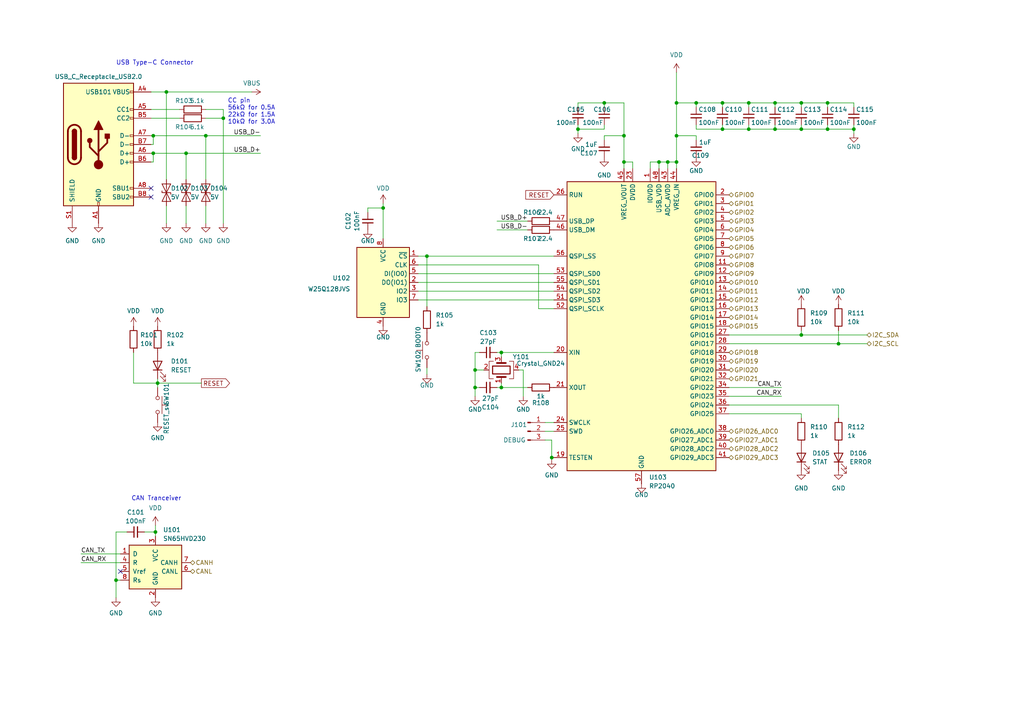
<source format=kicad_sch>
(kicad_sch (version 20231120) (generator "eeschema") (generator_version "8.0")
  (paper "A4")
  (lib_symbols
    (symbol "Connector:Conn_01x03_Pin" (pin_names (offset 1.016) hide)
      (property "Reference" "J" (at 0 5.08 0))
      (property "Value" "Conn_01x03_Pin" (at 0 -5.08 0))
      (symbol "Conn_01x03_Pin_1_1"
        (polyline (pts (xy 1.27 -2.54) (xy 0.8636 -2.54)) (stroke (width 0.1524)))
        (polyline (pts (xy 1.27 0) (xy 0.8636 0)) (stroke (width 0.1524)))
        (polyline (pts (xy 1.27 2.54) (xy 0.8636 2.54)) (stroke (width 0.1524)))
        (rectangle (start 0.8636 -2.413) (end 0 -2.667) (stroke (width 0.1524)) (fill (type outline)))
        (rectangle (start 0.8636 0.127) (end 0 -0.127) (stroke (width 0.1524)) (fill (type outline)))
        (rectangle (start 0.8636 2.667) (end 0 2.413) (stroke (width 0.1524)) (fill (type outline)))
        (pin passive line (at 5.08 2.54 180) (length 3.81) (name "Pin_1") (number "1"))
        (pin passive line (at 5.08 0 180) (length 3.81) (name "Pin_2") (number "2"))
        (pin passive line (at 5.08 -2.54 180) (length 3.81) (name "Pin_3") (number "3"))
      )
    )
    (symbol "Connector:USB_C_Receptacle_USB2.0" (pin_names (offset 1.016))
      (property "Reference" "J" (at -10.16 19.05 0))
      (property "Value" "USB_C_Receptacle_USB2.0" (at 19.05 19.05 0))
      (symbol "USB_C_Receptacle_USB2.0_0_0"
        (rectangle (start -0.254 -17.78) (end 0.254 -16.764))
        (rectangle (start 10.16 -14.986) (end 9.144 -15.494))
        (rectangle (start 10.16 -12.446) (end 9.144 -12.954))
        (rectangle (start 10.16 -4.826) (end 9.144 -5.334))
        (rectangle (start 10.16 -2.286) (end 9.144 -2.794))
        (rectangle (start 10.16 0.254) (end 9.144 -0.254))
        (rectangle (start 10.16 2.794) (end 9.144 2.286))
        (rectangle (start 10.16 7.874) (end 9.144 7.366))
        (rectangle (start 10.16 10.414) (end 9.144 9.906))
        (rectangle (start 10.16 15.494) (end 9.144 14.986))
      )
      (symbol "USB_C_Receptacle_USB2.0_0_1"
        (rectangle (start -10.16 17.78) (end 10.16 -17.78) (stroke (width 0.254)) (fill (type background)))
        (arc (start -8.89 -3.81) (mid -6.985 -5.7067) (end -5.08 -3.81) (stroke (width 0.508)))
        (arc (start -7.62 -3.81) (mid -6.985 -4.4423) (end -6.35 -3.81) (stroke (width 0.254)))
        (arc (start -7.62 -3.81) (mid -6.985 -4.4423) (end -6.35 -3.81) (stroke (width 0.254)) (fill (type outline)))
        (rectangle (start -7.62 -3.81) (end -6.35 3.81) (stroke (width 0.254)) (fill (type outline)))
        (arc (start -6.35 3.81) (mid -6.985 4.4423) (end -7.62 3.81) (stroke (width 0.254)))
        (arc (start -6.35 3.81) (mid -6.985 4.4423) (end -7.62 3.81) (stroke (width 0.254)) (fill (type outline)))
        (arc (start -5.08 3.81) (mid -6.985 5.7067) (end -8.89 3.81) (stroke (width 0.508)))
        (circle (center -2.54 1.143) (radius 0.635) (stroke (width 0.254)) (fill (type outline)))
        (circle (center 0 -5.842) (radius 1.27) (fill (type outline)))
        (polyline (pts (xy -8.89 -3.81) (xy -8.89 3.81)) (stroke (width 0.508)))
        (polyline (pts (xy -5.08 3.81) (xy -5.08 -3.81)) (stroke (width 0.508)))
        (polyline (pts (xy 0 -5.842) (xy 0 4.318)) (stroke (width 0.508)))
        (polyline (pts (xy 0 -3.302) (xy -2.54 -0.762) (xy -2.54 0.508)) (stroke (width 0.508)))
        (polyline (pts (xy 0 -2.032) (xy 2.54 0.508) (xy 2.54 1.778)) (stroke (width 0.508)))
        (polyline (pts (xy -1.27 4.318) (xy 0 6.858) (xy 1.27 4.318) (xy -1.27 4.318)) (stroke (width 0.254)) (fill (type outline)))
        (rectangle (start 1.905 1.778) (end 3.175 3.048) (stroke (width 0.254)) (fill (type outline)))
      )
      (symbol "USB_C_Receptacle_USB2.0_1_1"
        (pin passive line (at 0 -22.86 90) (length 5.08) (name "GND") (number "A1"))
        (pin passive line (at 0 -22.86 90) (length 5.08) hide (name "GND") (number "A12"))
        (pin passive line (at 15.24 15.24 180) (length 5.08) (name "VBUS") (number "A4"))
        (pin bidirectional line (at 15.24 10.16 180) (length 5.08) (name "CC1") (number "A5"))
        (pin bidirectional line (at 15.24 -2.54 180) (length 5.08) (name "D+") (number "A6"))
        (pin bidirectional line (at 15.24 2.54 180) (length 5.08) (name "D-") (number "A7"))
        (pin bidirectional line (at 15.24 -12.7 180) (length 5.08) (name "SBU1") (number "A8"))
        (pin passive line (at 15.24 15.24 180) (length 5.08) hide (name "VBUS") (number "A9"))
        (pin passive line (at 0 -22.86 90) (length 5.08) hide (name "GND") (number "B1"))
        (pin passive line (at 0 -22.86 90) (length 5.08) hide (name "GND") (number "B12"))
        (pin passive line (at 15.24 15.24 180) (length 5.08) hide (name "VBUS") (number "B4"))
        (pin bidirectional line (at 15.24 7.62 180) (length 5.08) (name "CC2") (number "B5"))
        (pin bidirectional line (at 15.24 -5.08 180) (length 5.08) (name "D+") (number "B6"))
        (pin bidirectional line (at 15.24 0 180) (length 5.08) (name "D-") (number "B7"))
        (pin bidirectional line (at 15.24 -15.24 180) (length 5.08) (name "SBU2") (number "B8"))
        (pin passive line (at 15.24 15.24 180) (length 5.08) hide (name "VBUS") (number "B9"))
        (pin passive line (at -7.62 -22.86 90) (length 5.08) (name "SHIELD") (number "S1"))
      )
    )
    (symbol "Device:C_Small" (pin_numbers hide) (pin_names (offset 0.254) hide)
      (property "Reference" "C" (at 0.254 1.778 0))
      (property "Value" "C_Small" (at 0.254 -2.032 0))
      (symbol "C_Small_0_1"
        (polyline (pts (xy -1.524 -0.508) (xy 1.524 -0.508)) (stroke (width 0.3302)))
        (polyline (pts (xy -1.524 0.508) (xy 1.524 0.508)) (stroke (width 0.3048)))
      )
      (symbol "C_Small_1_1"
        (pin passive line (at 0 2.54 270) (length 2.032) (name "~") (number "1"))
        (pin passive line (at 0 -2.54 90) (length 2.032) (name "~") (number "2"))
      )
    )
    (symbol "Device:Crystal_GND24" (pin_names (offset 1.016) hide)
      (property "Reference" "Y" (at 3.175 5.08 0))
      (property "Value" "Crystal_GND24" (at 3.175 3.175 0))
      (symbol "Crystal_GND24_0_1"
        (rectangle (start -1.143 2.54) (end 1.143 -2.54) (stroke (width 0.3048)))
        (polyline (pts (xy -2.54 0) (xy -2.032 0)))
        (polyline (pts (xy -2.032 -1.27) (xy -2.032 1.27)) (stroke (width 0.508)))
        (polyline (pts (xy 0 -3.81) (xy 0 -3.556)))
        (polyline (pts (xy 0 3.556) (xy 0 3.81)))
        (polyline (pts (xy 2.032 -1.27) (xy 2.032 1.27)) (stroke (width 0.508)))
        (polyline (pts (xy 2.032 0) (xy 2.54 0)))
        (polyline (pts (xy -2.54 -2.286) (xy -2.54 -3.556) (xy 2.54 -3.556) (xy 2.54 -2.286)))
        (polyline (pts (xy -2.54 2.286) (xy -2.54 3.556) (xy 2.54 3.556) (xy 2.54 2.286)))
      )
      (symbol "Crystal_GND24_1_1"
        (pin passive line (at -3.81 0 0) (length 1.27) (name "1") (number "1"))
        (pin passive line (at 0 5.08 270) (length 1.27) (name "2") (number "2"))
        (pin passive line (at 3.81 0 180) (length 1.27) (name "3") (number "3"))
        (pin passive line (at 0 -5.08 90) (length 1.27) (name "4") (number "4"))
      )
    )
    (symbol "Device:LED" (pin_numbers hide) (pin_names (offset 1.016) hide)
      (property "Reference" "D" (at 0 2.54 0))
      (property "Value" "LED" (at 0 -2.54 0))
      (symbol "LED_0_1"
        (polyline (pts (xy -1.27 -1.27) (xy -1.27 1.27)) (stroke (width 0.254)))
        (polyline (pts (xy -1.27 0) (xy 1.27 0)))
        (polyline (pts (xy 1.27 -1.27) (xy 1.27 1.27) (xy -1.27 0) (xy 1.27 -1.27)) (stroke (width 0.254)))
        (polyline (pts (xy -3.048 -0.762) (xy -4.572 -2.286) (xy -3.81 -2.286) (xy -4.572 -2.286) (xy -4.572 -1.524)))
        (polyline (pts (xy -1.778 -0.762) (xy -3.302 -2.286) (xy -2.54 -2.286) (xy -3.302 -2.286) (xy -3.302 -1.524)))
      )
      (symbol "LED_1_1"
        (pin passive line (at -3.81 0 0) (length 2.54) (name "K") (number "1"))
        (pin passive line (at 3.81 0 180) (length 2.54) (name "A") (number "2"))
      )
    )
    (symbol "Device:R" (pin_numbers hide) (pin_names (offset 0))
      (property "Reference" "R" (at 2.032 0 90))
      (property "Value" "R" (at 0 0 90))
      (symbol "R_0_1"
        (rectangle (start -1.016 -2.54) (end 1.016 2.54) (stroke (width 0.254)))
      )
      (symbol "R_1_1"
        (pin passive line (at 0 3.81 270) (length 1.27) (name "~") (number "1"))
        (pin passive line (at 0 -3.81 90) (length 1.27) (name "~") (number "2"))
      )
    )
    (symbol "Diode:ESD9B5.0ST5G" (pin_numbers hide) (pin_names (offset 1.016) hide)
      (property "Reference" "D" (at 0 2.54 0))
      (property "Value" "ESD9B5.0ST5G" (at 0 -2.54 0))
      (symbol "ESD9B5.0ST5G_0_1"
        (polyline (pts (xy 1.27 0) (xy -1.27 0)))
        (polyline (pts (xy -2.54 -1.27) (xy 0 0) (xy -2.54 1.27) (xy -2.54 -1.27)) (stroke (width 0.2032)))
        (polyline (pts (xy 0.508 1.27) (xy 0 1.27) (xy 0 -1.27) (xy -0.508 -1.27)) (stroke (width 0.2032)))
        (polyline (pts (xy 2.54 1.27) (xy 2.54 -1.27) (xy 0 0) (xy 2.54 1.27)) (stroke (width 0.2032)))
      )
      (symbol "ESD9B5.0ST5G_1_1"
        (pin passive line (at -3.81 0 0) (length 2.54) (name "A1") (number "1"))
        (pin passive line (at 3.81 0 180) (length 2.54) (name "A2") (number "2"))
      )
    )
    (symbol "Interface_CAN_LIN:SN65HVD230" (pin_names (offset 1.016))
      (property "Reference" "U" (at -2.54 10.16 0))
      (property "Value" "SN65HVD230" (at -2.54 7.62 0))
      (symbol "SN65HVD230_0_1"
        (rectangle (start -7.62 5.08) (end 7.62 -7.62) (stroke (width 0.254)) (fill (type background)))
      )
      (symbol "SN65HVD230_1_1"
        (pin input line (at -10.16 2.54 0) (length 2.54) (name "D") (number "1"))
        (pin power_in line (at 0 -10.16 90) (length 2.54) (name "GND") (number "2"))
        (pin power_in line (at 0 7.62 270) (length 2.54) (name "VCC") (number "3"))
        (pin output line (at -10.16 0 0) (length 2.54) (name "R") (number "4"))
        (pin output line (at -10.16 -2.54 0) (length 2.54) (name "Vref") (number "5"))
        (pin bidirectional line (at 10.16 -2.54 180) (length 2.54) (name "CANL") (number "6"))
        (pin bidirectional line (at 10.16 0 180) (length 2.54) (name "CANH") (number "7"))
        (pin input line (at -10.16 -5.08 0) (length 2.54) (name "Rs") (number "8"))
      )
    )
    (symbol "MCU_RaspberryPi:RP2040"
      (property "Reference" "U" (at 17.78 45.72 0))
      (property "Value" "RP2040" (at 17.78 43.18 0))
      (symbol "RP2040_0_1"
        (rectangle (start -21.59 41.91) (end 21.59 -41.91) (stroke (width 0.254)) (fill (type background)))
      )
      (symbol "RP2040_1_1"
        (pin power_in line (at 2.54 45.72 270) (length 3.81) (name "IOVDD") (number "1"))
        (pin passive line (at 2.54 45.72 270) (length 3.81) hide (name "IOVDD") (number "10"))
        (pin bidirectional line (at 25.4 17.78 180) (length 3.81) (name "GPIO8") (number "11"))
        (pin bidirectional line (at 25.4 15.24 180) (length 3.81) (name "GPIO9") (number "12"))
        (pin bidirectional line (at 25.4 12.7 180) (length 3.81) (name "GPIO10") (number "13"))
        (pin bidirectional line (at 25.4 10.16 180) (length 3.81) (name "GPIO11") (number "14"))
        (pin bidirectional line (at 25.4 7.62 180) (length 3.81) (name "GPIO12") (number "15"))
        (pin bidirectional line (at 25.4 5.08 180) (length 3.81) (name "GPIO13") (number "16"))
        (pin bidirectional line (at 25.4 2.54 180) (length 3.81) (name "GPIO14") (number "17"))
        (pin bidirectional line (at 25.4 0 180) (length 3.81) (name "GPIO15") (number "18"))
        (pin input line (at -25.4 -38.1 0) (length 3.81) (name "TESTEN") (number "19"))
        (pin bidirectional line (at 25.4 38.1 180) (length 3.81) (name "GPIO0") (number "2"))
        (pin input line (at -25.4 -7.62 0) (length 3.81) (name "XIN") (number "20"))
        (pin passive line (at -25.4 -17.78 0) (length 3.81) (name "XOUT") (number "21"))
        (pin passive line (at 2.54 45.72 270) (length 3.81) hide (name "IOVDD") (number "22"))
        (pin power_in line (at -2.54 45.72 270) (length 3.81) (name "DVDD") (number "23"))
        (pin input line (at -25.4 -27.94 0) (length 3.81) (name "SWCLK") (number "24"))
        (pin bidirectional line (at -25.4 -30.48 0) (length 3.81) (name "SWD") (number "25"))
        (pin input line (at -25.4 38.1 0) (length 3.81) (name "RUN") (number "26"))
        (pin bidirectional line (at 25.4 -2.54 180) (length 3.81) (name "GPIO16") (number "27"))
        (pin bidirectional line (at 25.4 -5.08 180) (length 3.81) (name "GPIO17") (number "28"))
        (pin bidirectional line (at 25.4 -7.62 180) (length 3.81) (name "GPIO18") (number "29"))
        (pin bidirectional line (at 25.4 35.56 180) (length 3.81) (name "GPIO1") (number "3"))
        (pin bidirectional line (at 25.4 -10.16 180) (length 3.81) (name "GPIO19") (number "30"))
        (pin bidirectional line (at 25.4 -12.7 180) (length 3.81) (name "GPIO20") (number "31"))
        (pin bidirectional line (at 25.4 -15.24 180) (length 3.81) (name "GPIO21") (number "32"))
        (pin passive line (at 2.54 45.72 270) (length 3.81) hide (name "IOVDD") (number "33"))
        (pin bidirectional line (at 25.4 -17.78 180) (length 3.81) (name "GPIO22") (number "34"))
        (pin bidirectional line (at 25.4 -20.32 180) (length 3.81) (name "GPIO23") (number "35"))
        (pin bidirectional line (at 25.4 -22.86 180) (length 3.81) (name "GPIO24") (number "36"))
        (pin bidirectional line (at 25.4 -25.4 180) (length 3.81) (name "GPIO25") (number "37"))
        (pin bidirectional line (at 25.4 -30.48 180) (length 3.81) (name "GPIO26_ADC0") (number "38"))
        (pin bidirectional line (at 25.4 -33.02 180) (length 3.81) (name "GPIO27_ADC1") (number "39"))
        (pin bidirectional line (at 25.4 33.02 180) (length 3.81) (name "GPIO2") (number "4"))
        (pin bidirectional line (at 25.4 -35.56 180) (length 3.81) (name "GPIO28_ADC2") (number "40"))
        (pin bidirectional line (at 25.4 -38.1 180) (length 3.81) (name "GPIO29_ADC3") (number "41"))
        (pin passive line (at 2.54 45.72 270) (length 3.81) hide (name "IOVDD") (number "42"))
        (pin power_in line (at 7.62 45.72 270) (length 3.81) (name "ADC_AVDD") (number "43"))
        (pin power_in line (at 10.16 45.72 270) (length 3.81) (name "VREG_IN") (number "44"))
        (pin power_out line (at -5.08 45.72 270) (length 3.81) (name "VREG_VOUT") (number "45"))
        (pin bidirectional line (at -25.4 27.94 0) (length 3.81) (name "USB_DM") (number "46"))
        (pin bidirectional line (at -25.4 30.48 0) (length 3.81) (name "USB_DP") (number "47"))
        (pin power_in line (at 5.08 45.72 270) (length 3.81) (name "USB_VDD") (number "48"))
        (pin passive line (at 2.54 45.72 270) (length 3.81) hide (name "IOVDD") (number "49"))
        (pin bidirectional line (at 25.4 30.48 180) (length 3.81) (name "GPIO3") (number "5"))
        (pin passive line (at -2.54 45.72 270) (length 3.81) hide (name "DVDD") (number "50"))
        (pin bidirectional line (at -25.4 7.62 0) (length 3.81) (name "QSPI_SD3") (number "51"))
        (pin output line (at -25.4 5.08 0) (length 3.81) (name "QSPI_SCLK") (number "52"))
        (pin bidirectional line (at -25.4 15.24 0) (length 3.81) (name "QSPI_SD0") (number "53"))
        (pin bidirectional line (at -25.4 10.16 0) (length 3.81) (name "QSPI_SD2") (number "54"))
        (pin bidirectional line (at -25.4 12.7 0) (length 3.81) (name "QSPI_SD1") (number "55"))
        (pin bidirectional line (at -25.4 20.32 0) (length 3.81) (name "QSPI_SS") (number "56"))
        (pin power_in line (at 0 -45.72 90) (length 3.81) (name "GND") (number "57"))
        (pin bidirectional line (at 25.4 27.94 180) (length 3.81) (name "GPIO4") (number "6"))
        (pin bidirectional line (at 25.4 25.4 180) (length 3.81) (name "GPIO5") (number "7"))
        (pin bidirectional line (at 25.4 22.86 180) (length 3.81) (name "GPIO6") (number "8"))
        (pin bidirectional line (at 25.4 20.32 180) (length 3.81) (name "GPIO7") (number "9"))
      )
    )
    (symbol "Memory_Flash:W25Q128JVS"
      (property "Reference" "U" (at -8.89 8.89 0))
      (property "Value" "W25Q128JVS" (at 7.62 8.89 0))
      (symbol "W25Q128JVS_0_1"
        (rectangle (start -7.62 10.16) (end 7.62 -10.16) (stroke (width 0.254)) (fill (type background)))
      )
      (symbol "W25Q128JVS_1_1"
        (pin input line (at -10.16 7.62 0) (length 2.54) (name "~{CS}") (number "1"))
        (pin bidirectional line (at -10.16 0 0) (length 2.54) (name "DO(IO1)") (number "2"))
        (pin bidirectional line (at -10.16 -2.54 0) (length 2.54) (name "IO2") (number "3"))
        (pin power_in line (at 0 -12.7 90) (length 2.54) (name "GND") (number "4"))
        (pin bidirectional line (at -10.16 2.54 0) (length 2.54) (name "DI(IO0)") (number "5"))
        (pin input line (at -10.16 5.08 0) (length 2.54) (name "CLK") (number "6"))
        (pin bidirectional line (at -10.16 -5.08 0) (length 2.54) (name "IO3") (number "7"))
        (pin power_in line (at 0 12.7 270) (length 2.54) (name "VCC") (number "8"))
      )
    )
    (symbol "Switch:SW_Push" (pin_numbers hide) (pin_names (offset 1.016) hide)
      (property "Reference" "SW" (at 1.27 2.54 0))
      (property "Value" "SW_Push" (at 0 -1.524 0))
      (symbol "SW_Push_0_1"
        (circle (center -2.032 0) (radius 0.508))
        (polyline (pts (xy 0 1.27) (xy 0 3.048)))
        (polyline (pts (xy 2.54 1.27) (xy -2.54 1.27)))
        (circle (center 2.032 0) (radius 0.508))
        (pin passive line (at -5.08 0 0) (length 2.54) (name "1") (number "1"))
        (pin passive line (at 5.08 0 180) (length 2.54) (name "2") (number "2"))
      )
    )
    (symbol "power:GND" (power) (pin_names (offset 0))
      (property "Value" "GND" (at 0 -3.81 0))
      (symbol "GND_0_1"
        (polyline (pts (xy 0 0) (xy 0 -1.27) (xy 1.27 -1.27) (xy 0 -2.54) (xy -1.27 -1.27) (xy 0 -1.27)))
      )
      (symbol "GND_1_1"
        (pin power_in line (at 0 0 270) (length 0) hide (name "GND") (number "1"))
      )
    )
    (symbol "power:VBUS" (power) (pin_names (offset 0))
      (property "Value" "VBUS" (at 0 3.81 0))
      (symbol "VBUS_0_1"
        (polyline (pts (xy -0.762 1.27) (xy 0 2.54)))
        (polyline (pts (xy 0 0) (xy 0 2.54)))
        (polyline (pts (xy 0 2.54) (xy 0.762 1.27)))
      )
      (symbol "VBUS_1_1"
        (pin power_in line (at 0 0 90) (length 0) hide (name "VBUS") (number "1"))
      )
    )
    (symbol "power:VDD" (power) (pin_names (offset 0))
      (property "Value" "VDD" (at 0 3.81 0))
      (symbol "VDD_0_1"
        (polyline (pts (xy -0.762 1.27) (xy 0 2.54)))
        (polyline (pts (xy 0 0) (xy 0 2.54)))
        (polyline (pts (xy 0 2.54) (xy 0.762 1.27)))
      )
      (symbol "VDD_1_1"
        (pin power_in line (at 0 0 90) (length 0) hide (name "VDD") (number "1"))
      )
    )
  )
  (junction (at 160.02 132.715))
  (junction (at 240.03 29.845))
  (junction (at 224.79 29.845))
  (junction (at 240.03 37.465))
  (junction (at 167.64 37.465))
  (junction (at 247.65 37.465))
  (junction (at 191.135 46.99))
  (junction (at 111.125 60.325))
  (junction (at 137.795 107.315))
  (junction (at 196.215 29.845))
  (junction (at 145.415 112.395))
  (junction (at 45.085 154.305))
  (junction (at 45.72 111.125))
  (junction (at 59.69 39.37))
  (junction (at 232.41 29.845))
  (junction (at 196.215 46.99))
  (junction (at 243.205 99.695))
  (junction (at 44.45 44.45))
  (junction (at 201.93 29.845))
  (junction (at 145.415 102.235))
  (junction (at 180.975 46.99))
  (junction (at 193.675 46.99))
  (junction (at 53.975 44.45))
  (junction (at 224.79 37.465))
  (junction (at 209.55 29.845))
  (junction (at 175.26 29.845))
  (junction (at 232.41 37.465))
  (junction (at 196.215 39.37))
  (junction (at 180.975 39.37))
  (junction (at 209.55 37.465))
  (junction (at 44.45 39.37))
  (junction (at 217.17 29.845))
  (junction (at 48.26 26.67))
  (junction (at 123.825 74.295))
  (junction (at 64.77 34.29))
  (junction (at 232.41 97.155))
  (junction (at 33.655 168.275))
  (junction (at 217.17 37.465))
  (junction (at 137.795 112.395))
  (no_connect (at 34.925 165.735))
  (no_connect (at 43.815 57.15))
  (no_connect (at 43.815 54.61))
  (wire (pts (xy 196.215 29.845) (xy 201.93 29.845)))
  (wire (pts (xy 44.45 39.37) (xy 59.69 39.37)))
  (wire (pts (xy 191.135 46.99) (xy 191.135 48.895)))
  (wire (pts (xy 232.41 29.845) (xy 240.03 29.845)))
  (wire (pts (xy 23.495 163.195) (xy 34.925 163.195)))
  (wire (pts (xy 53.975 64.77) (xy 53.975 59.69)))
  (wire (pts (xy 106.68 61.595) (xy 106.68 60.325)))
  (wire (pts (xy 43.815 39.37) (xy 44.45 39.37)))
  (wire (pts (xy 240.03 29.845) (xy 247.65 29.845)))
  (wire (pts (xy 23.495 160.655) (xy 34.925 160.655)))
  (wire (pts (xy 232.41 37.465) (xy 224.79 37.465)))
  (wire (pts (xy 45.72 112.395) (xy 45.72 111.125)))
  (wire (pts (xy 158.115 125.095) (xy 160.655 125.095)))
  (wire (pts (xy 33.655 168.275) (xy 34.925 168.275)))
  (wire (pts (xy 144.145 102.235) (xy 145.415 102.235)))
  (wire (pts (xy 53.975 44.45) (xy 53.975 52.07)))
  (wire (pts (xy 167.64 29.845) (xy 175.26 29.845)))
  (wire (pts (xy 121.285 79.375) (xy 160.655 79.375)))
  (wire (pts (xy 43.815 46.99) (xy 44.45 46.99)))
  (wire (pts (xy 145.415 102.235) (xy 160.655 102.235)))
  (wire (pts (xy 59.69 64.77) (xy 59.69 59.69)))
  (wire (pts (xy 232.41 97.155) (xy 211.455 97.155)))
  (wire (pts (xy 139.065 102.235) (xy 137.795 102.235)))
  (wire (pts (xy 121.285 84.455) (xy 160.655 84.455)))
  (wire (pts (xy 211.455 117.475) (xy 243.205 117.475)))
  (wire (pts (xy 41.91 154.305) (xy 45.085 154.305)))
  (wire (pts (xy 193.675 46.99) (xy 193.675 48.895)))
  (wire (pts (xy 191.135 46.99) (xy 193.675 46.99)))
  (wire (pts (xy 48.26 26.67) (xy 43.815 26.67)))
  (wire (pts (xy 247.65 37.465) (xy 247.65 38.735)))
  (wire (pts (xy 44.45 41.91) (xy 44.45 39.37)))
  (wire (pts (xy 193.675 46.99) (xy 196.215 46.99)))
  (wire (pts (xy 59.69 31.75) (xy 64.77 31.75)))
  (wire (pts (xy 183.515 46.99) (xy 180.975 46.99)))
  (wire (pts (xy 217.17 29.845) (xy 217.17 31.115)))
  (wire (pts (xy 175.26 40.64) (xy 175.26 39.37)))
  (wire (pts (xy 196.215 39.37) (xy 201.93 39.37)))
  (wire (pts (xy 175.26 29.845) (xy 175.26 31.115)))
  (wire (pts (xy 75.565 44.45) (xy 53.975 44.45)))
  (wire (pts (xy 153.035 64.135) (xy 144.145 64.135)))
  (wire (pts (xy 196.215 29.845) (xy 196.215 39.37)))
  (wire (pts (xy 217.17 37.465) (xy 217.17 36.195)))
  (wire (pts (xy 188.595 48.895) (xy 188.595 46.99)))
  (wire (pts (xy 167.64 36.195) (xy 167.64 37.465)))
  (wire (pts (xy 44.45 46.99) (xy 44.45 44.45)))
  (wire (pts (xy 201.93 39.37) (xy 201.93 40.64)))
  (wire (pts (xy 52.07 31.75) (xy 43.815 31.75)))
  (wire (pts (xy 43.815 41.91) (xy 44.45 41.91)))
  (wire (pts (xy 137.795 112.395) (xy 139.065 112.395)))
  (wire (pts (xy 151.765 107.315) (xy 151.765 114.935)))
  (wire (pts (xy 64.77 31.75) (xy 64.77 34.29)))
  (wire (pts (xy 160.02 133.35) (xy 160.02 132.715)))
  (wire (pts (xy 33.655 168.275) (xy 33.655 154.305)))
  (wire (pts (xy 217.17 37.465) (xy 209.55 37.465)))
  (wire (pts (xy 73.025 26.67) (xy 48.26 26.67)))
  (wire (pts (xy 121.285 74.295) (xy 123.825 74.295)))
  (wire (pts (xy 150.495 107.315) (xy 151.765 107.315)))
  (wire (pts (xy 167.64 37.465) (xy 167.64 38.735)))
  (wire (pts (xy 247.65 29.845) (xy 247.65 31.115)))
  (wire (pts (xy 209.55 37.465) (xy 201.93 37.465)))
  (wire (pts (xy 144.145 112.395) (xy 145.415 112.395)))
  (wire (pts (xy 180.975 39.37) (xy 180.975 46.99)))
  (wire (pts (xy 111.125 59.055) (xy 111.125 60.325)))
  (wire (pts (xy 211.455 120.015) (xy 232.41 120.015)))
  (wire (pts (xy 38.735 111.125) (xy 45.72 111.125)))
  (wire (pts (xy 45.085 154.305) (xy 45.085 155.575)))
  (wire (pts (xy 232.41 95.885) (xy 232.41 97.155)))
  (wire (pts (xy 196.215 46.99) (xy 196.215 48.895)))
  (wire (pts (xy 123.825 74.295) (xy 160.655 74.295)))
  (wire (pts (xy 211.455 112.395) (xy 226.695 112.395)))
  (wire (pts (xy 123.825 74.295) (xy 123.825 88.9)))
  (wire (pts (xy 196.215 46.99) (xy 196.215 39.37)))
  (wire (pts (xy 167.64 31.115) (xy 167.64 29.845)))
  (wire (pts (xy 137.795 112.395) (xy 137.795 114.935)))
  (wire (pts (xy 123.825 108.585) (xy 123.825 106.68)))
  (wire (pts (xy 38.735 102.235) (xy 38.735 111.125)))
  (wire (pts (xy 58.42 111.125) (xy 45.72 111.125)))
  (wire (pts (xy 59.69 34.29) (xy 64.77 34.29)))
  (wire (pts (xy 247.65 37.465) (xy 240.03 37.465)))
  (wire (pts (xy 217.17 29.845) (xy 224.79 29.845)))
  (wire (pts (xy 45.085 152.4) (xy 45.085 154.305)))
  (wire (pts (xy 153.035 112.395) (xy 145.415 112.395)))
  (wire (pts (xy 240.03 37.465) (xy 240.03 36.195)))
  (wire (pts (xy 137.795 107.315) (xy 140.335 107.315)))
  (wire (pts (xy 226.695 114.935) (xy 211.455 114.935)))
  (wire (pts (xy 106.68 60.325) (xy 111.125 60.325)))
  (wire (pts (xy 153.035 66.675) (xy 144.145 66.675)))
  (wire (pts (xy 45.72 109.855) (xy 45.72 111.125)))
  (wire (pts (xy 232.41 121.285) (xy 232.41 120.015)))
  (wire (pts (xy 145.415 111.125) (xy 145.415 112.395)))
  (wire (pts (xy 180.975 29.845) (xy 180.975 39.37)))
  (wire (pts (xy 167.64 37.465) (xy 175.26 37.465)))
  (wire (pts (xy 251.46 99.695) (xy 243.205 99.695)))
  (wire (pts (xy 209.55 37.465) (xy 209.55 36.195)))
  (wire (pts (xy 175.26 29.845) (xy 180.975 29.845)))
  (wire (pts (xy 224.79 29.845) (xy 224.79 31.115)))
  (wire (pts (xy 158.115 122.555) (xy 160.655 122.555)))
  (wire (pts (xy 59.69 39.37) (xy 75.565 39.37)))
  (wire (pts (xy 209.55 29.845) (xy 217.17 29.845)))
  (wire (pts (xy 196.2 29.845) (xy 196.215 29.845)))
  (wire (pts (xy 175.26 37.465) (xy 175.26 36.195)))
  (wire (pts (xy 156.21 89.535) (xy 156.21 76.835)))
  (wire (pts (xy 48.26 64.77) (xy 48.26 59.69)))
  (wire (pts (xy 232.41 29.845) (xy 232.41 31.115)))
  (wire (pts (xy 59.69 39.37) (xy 59.69 52.07)))
  (wire (pts (xy 145.415 103.505) (xy 145.415 102.235)))
  (wire (pts (xy 180.975 46.99) (xy 180.975 48.895)))
  (wire (pts (xy 175.26 39.37) (xy 180.975 39.37)))
  (wire (pts (xy 121.285 86.995) (xy 160.655 86.995)))
  (wire (pts (xy 53.975 44.45) (xy 44.45 44.45)))
  (wire (pts (xy 209.55 29.845) (xy 209.55 31.115)))
  (wire (pts (xy 156.21 76.835) (xy 121.285 76.835)))
  (wire (pts (xy 247.65 36.195) (xy 247.65 37.465)))
  (wire (pts (xy 183.515 48.895) (xy 183.515 46.99)))
  (wire (pts (xy 137.795 102.235) (xy 137.795 107.315)))
  (wire (pts (xy 160.02 132.715) (xy 160.655 132.715)))
  (wire (pts (xy 251.46 97.155) (xy 232.41 97.155)))
  (wire (pts (xy 33.655 173.355) (xy 33.655 168.275)))
  (wire (pts (xy 240.03 29.845) (xy 240.03 31.115)))
  (wire (pts (xy 158.115 127.635) (xy 160.02 127.635)))
  (wire (pts (xy 111.125 60.325) (xy 111.125 69.215)))
  (wire (pts (xy 224.79 29.845) (xy 232.41 29.845)))
  (wire (pts (xy 243.205 95.885) (xy 243.205 99.695)))
  (wire (pts (xy 64.77 34.29) (xy 64.77 64.77)))
  (wire (pts (xy 160.655 89.535) (xy 156.21 89.535)))
  (wire (pts (xy 121.285 81.915) (xy 160.655 81.915)))
  (wire (pts (xy 201.93 29.845) (xy 209.55 29.845)))
  (wire (pts (xy 33.655 154.305) (xy 36.83 154.305)))
  (wire (pts (xy 196.2 21) (xy 196.2 29.845)))
  (wire (pts (xy 224.79 37.465) (xy 224.79 36.195)))
  (wire (pts (xy 137.795 107.315) (xy 137.795 112.395)))
  (wire (pts (xy 201.93 37.465) (xy 201.93 36.195)))
  (wire (pts (xy 48.26 26.67) (xy 48.26 52.07)))
  (wire (pts (xy 211.455 99.695) (xy 243.205 99.695)))
  (wire (pts (xy 160.02 127.635) (xy 160.02 132.715)))
  (wire (pts (xy 240.03 37.465) (xy 232.41 37.465)))
  (wire (pts (xy 232.41 37.465) (xy 232.41 36.195)))
  (wire (pts (xy 44.45 44.45) (xy 43.815 44.45)))
  (wire (pts (xy 188.595 46.99) (xy 191.135 46.99)))
  (wire (pts (xy 52.07 34.29) (xy 43.815 34.29)))
  (wire (pts (xy 224.79 37.465) (xy 217.17 37.465)))
  (wire (pts (xy 201.93 29.845) (xy 201.93 31.115)))
  (wire (pts (xy 243.205 117.475) (xy 243.205 121.285)))
  (text "CAN Tranceiver" (at 38.1 145.415 0) (effects (font (size 1.27 1.27)) (justify left bottom)))
  (text "USB Type-C Connector" (at 33.655 19.05 0) (effects (font (size 1.27 1.27)) (justify left bottom)))
  (text "CC pin\n56kΩ for 0.5A\n22kΩ for 1.5A\n10kΩ for 3.0A" (at 66.04 36.195 0) (effects (font (size 1.27 1.27)) (justify left bottom)))
  (label "USB_D-" (at 153.035 66.675 180))
  (label "CAN_RX" (at 226.695 114.935 180))
  (label "CAN_TX" (at 226.695 112.395 180))
  (label "CAN_RX" (at 23.495 163.195 0))
  (label "USB_D+" (at 153.035 64.135 180))
  (label "USB_D+" (at 75.565 44.45 180))
  (label "CAN_TX" (at 23.495 160.655 0))
  (label "USB_D-" (at 75.565 39.37 180))
  (global_label "RESET" (shape input) (at 160.655 56.515 180) (property "Intersheetrefs" "${INTERSHEET_REFS}" (effects (hide yes))))
  (global_label "RESET" (shape output) (at 58.42 111.125 0) (property "Intersheetrefs" "${INTERSHEET_REFS}" (effects (hide yes))))
  (hierarchical_label "GPIO1" (shape bidirectional) (at 211.455 59.055 0))
  (hierarchical_label "GPIO12" (shape bidirectional) (at 211.455 86.995 0))
  (hierarchical_label "GPIO20" (shape bidirectional) (at 211.455 107.315 0))
  (hierarchical_label "GPIO4" (shape bidirectional) (at 211.455 66.675 0))
  (hierarchical_label "GPIO28_ADC2" (shape bidirectional) (at 211.455 130.175 0))
  (hierarchical_label "GPIO14" (shape bidirectional) (at 211.455 92.075 0))
  (hierarchical_label "GPIO21" (shape bidirectional) (at 211.455 109.855 0))
  (hierarchical_label "GPIO0" (shape bidirectional) (at 211.455 56.515 0))
  (hierarchical_label "GPIO3" (shape bidirectional) (at 211.455 64.135 0))
  (hierarchical_label "GPIO11" (shape bidirectional) (at 211.455 84.455 0))
  (hierarchical_label "GPIO2" (shape bidirectional) (at 211.455 61.595 0))
  (hierarchical_label "GPIO27_ADC1" (shape bidirectional) (at 211.455 127.635 0))
  (hierarchical_label "CANL" (shape bidirectional) (at 55.245 165.735 0))
  (hierarchical_label "GPIO19" (shape bidirectional) (at 211.455 104.775 0))
  (hierarchical_label "CANH" (shape bidirectional) (at 55.245 163.195 0))
  (hierarchical_label "GPIO7" (shape bidirectional) (at 211.455 74.295 0))
  (hierarchical_label "GPIO8" (shape bidirectional) (at 211.455 76.835 0))
  (hierarchical_label "GPIO10" (shape bidirectional) (at 211.455 81.915 0))
  (hierarchical_label "GPIO29_ADC3" (shape bidirectional) (at 211.455 132.715 0))
  (hierarchical_label "GPIO5" (shape bidirectional) (at 211.455 69.215 0))
  (hierarchical_label "GPIO15" (shape bidirectional) (at 211.455 94.615 0))
  (hierarchical_label "I2C_SDA" (shape bidirectional) (at 251.46 97.155 0))
  (hierarchical_label "GPIO9" (shape bidirectional) (at 211.455 79.375 0))
  (hierarchical_label "GPIO6" (shape bidirectional) (at 211.455 71.755 0))
  (hierarchical_label "GPIO18" (shape bidirectional) (at 211.455 102.235 0))
  (hierarchical_label "GPIO13" (shape bidirectional) (at 211.455 89.535 0))
  (hierarchical_label "GPIO26_ADC0" (shape bidirectional) (at 211.455 125.095 0))
  (hierarchical_label "I2C_SCL" (shape bidirectional) (at 251.46 99.695 0))
  (symbol (lib_id "power:GND") (at 175.26 45.72 0) (unit 1)
    (property "Reference" "#PWR0122" (effects (hide yes)))
    (property "Value" "GND" (at 175.26 50.8 0))
  )
  (symbol (lib_id "Device:R") (at 156.845 66.675 90) (unit 1)
    (property "Reference" "R107" (at 154.305 69.215 90))
    (property "Value" "22.4" (at 158.115 69.215 90))
    (property "Footprint" "Resistor_SMD:R_0402_1005Metric" (effects (hide yes)))
    (property "LCSC" "C25092" (effects (hide yes)))
  )
  (symbol (lib_id "power:GND") (at 53.975 64.77 0) (unit 1)
    (property "Reference" "#PWR0110" (effects (hide yes)))
    (property "Value" "GND" (at 53.975 69.85 0))
  )
  (symbol (lib_id "Device:R") (at 55.88 34.29 90) (unit 1)
    (property "Reference" "R104" (at 53.34 36.83 90))
    (property "Value" "5.1k" (at 57.15 36.83 90))
    (property "Footprint" "Resistor_SMD:R_0402_1005Metric" (effects (hide yes)))
    (property "LCSC" "C25905" (effects (hide yes)))
  )
  (symbol (lib_id "power:GND") (at 160.02 133.35 0) (unit 1)
    (property "Reference" "#PWR0120" (effects (hide yes)))
    (property "Value" "GND" (at 160.02 137.795 0))
  )
  (symbol (lib_id "Device:R") (at 156.845 112.395 90) (unit 1)
    (property "Reference" "R108" (at 156.845 116.84 90))
    (property "Value" "1k" (at 156.845 114.935 90))
    (property "Footprint" "Resistor_SMD:R_0402_1005Metric" (effects (hide yes)))
    (property "LCSC" "C11702" (effects (hide yes)))
  )
  (symbol (lib_id "power:GND") (at 59.69 64.77 0) (unit 1)
    (property "Reference" "#PWR0111" (effects (hide yes)))
    (property "Value" "GND" (at 59.69 69.85 0))
  )
  (symbol (lib_id "power:GND") (at 247.65 38.735 0) (unit 1)
    (property "Reference" "#PWR0130" (effects (hide yes)))
    (property "Value" "GND" (at 247.65 42.545 0))
  )
  (symbol (lib_id "Device:R") (at 38.735 98.425 0) (unit 1)
    (property "Reference" "R101" (at 40.64 97.155 0) (effects (justify left)))
    (property "Value" "10k" (at 40.64 99.695 0) (effects (justify left)))
    (property "Footprint" "Resistor_SMD:R_0402_1005Metric" (effects (hide yes)))
    (property "LCSC" "C25744" (effects (hide yes)))
  )
  (symbol (lib_id "power:VDD") (at 243.205 88.265 0) (unit 1)
    (property "Reference" "#PWR0128" (effects (hide yes)))
    (property "Value" "VDD" (at 243.205 84.455 0))
  )
  (symbol (lib_id "Device:C_Small") (at 201.93 43.18 180) (unit 1)
    (property "Reference" "C109" (at 205.74 45.085 0) (effects (justify left)))
    (property "Value" "1uF" (at 206.375 41.275 0) (effects (justify left)))
    (property "Footprint" "Capacitor_SMD:C_0402_1005Metric" (effects (hide yes)))
    (property "LCSC" "C52923" (effects (hide yes)))
  )
  (symbol (lib_id "MCU_RaspberryPi:RP2040") (at 186.055 94.615 0) (unit 1)
    (property "Reference" "U103" (at 188.2491 138.43 0) (effects (justify left)))
    (property "Value" "RP2040" (at 188.2491 140.97 0) (effects (justify left)))
    (property "Footprint" "Package_DFN_QFN:QFN-56-1EP_7x7mm_P0.4mm_EP3.2x3.2mm" (effects (hide yes)))
    (property "Datasheet" "https://datasheets.raspberrypi.com/rp2040/rp2040-datasheet.pdf" (effects (hide yes)))
    (property "LCSC" "C2040" (effects (hide yes)))
  )
  (symbol (lib_id "Device:C_Small") (at 217.17 33.655 0) (unit 1)
    (property "Reference" "C111" (at 217.805 31.75 0) (effects (justify left)))
    (property "Value" "100nF" (at 217.805 35.56 0) (effects (justify left)))
    (property "Footprint" "Capacitor_SMD:C_0402_1005Metric" (effects (hide yes)))
    (property "LCSC" "C1525" (effects (hide yes)))
  )
  (symbol (lib_id "Device:LED") (at 45.72 106.045 90) (unit 1)
    (property "Reference" "D101" (at 49.53 104.775 90) (effects (justify right)))
    (property "Value" "RESET" (at 49.53 107.315 90) (effects (justify right)))
    (property "Footprint" "LED_SMD:LED_0805_2012Metric" (effects (hide yes)))
    (property "LCSC" "C2296" (effects (hide yes)))
  )
  (symbol (lib_id "Device:C_Small") (at 240.03 33.655 0) (unit 1)
    (property "Reference" "C114" (at 240.665 31.75 0) (effects (justify left)))
    (property "Value" "100nF" (at 240.665 35.56 0) (effects (justify left)))
    (property "Footprint" "Capacitor_SMD:C_0402_1005Metric" (effects (hide yes)))
    (property "LCSC" "C1525" (effects (hide yes)))
  )
  (symbol (lib_id "Device:C_Small") (at 39.37 154.305 90) (unit 1)
    (property "Reference" "C101" (at 39.37 148.59 90))
    (property "Value" "100nF" (at 39.37 151.13 90))
    (property "Footprint" "Capacitor_SMD:C_0402_1005Metric" (effects (hide yes)))
    (property "LCSC" "C1525" (effects (hide yes)))
  )
  (symbol (lib_id "Device:C_Small") (at 232.41 33.655 0) (unit 1)
    (property "Reference" "C113" (at 233.045 31.75 0) (effects (justify left)))
    (property "Value" "100nF" (at 233.045 35.56 0) (effects (justify left)))
    (property "Footprint" "Capacitor_SMD:C_0402_1005Metric" (effects (hide yes)))
    (property "LCSC" "C1525" (effects (hide yes)))
  )
  (symbol (lib_id "Device:C_Small") (at 141.605 112.395 90) (unit 1)
    (property "Reference" "C104" (at 142.24 118.11 90))
    (property "Value" "27pF" (at 142.24 115.57 90))
    (property "Footprint" "Capacitor_SMD:C_0402_1005Metric" (effects (hide yes)))
    (property "LCSC" "C1555" (effects (hide yes)))
  )
  (symbol (lib_id "power:GND") (at 232.41 136.525 0) (unit 1)
    (property "Reference" "#PWR0127" (effects (hide yes)))
    (property "Value" "GND" (at 232.41 141.605 0))
  )
  (symbol (lib_id "Device:C_Small") (at 247.65 33.655 0) (unit 1)
    (property "Reference" "C115" (at 248.285 31.75 0) (effects (justify left)))
    (property "Value" "100nF" (at 248.285 35.56 0) (effects (justify left)))
    (property "Footprint" "Capacitor_SMD:C_0402_1005Metric" (effects (hide yes)))
    (property "LCSC" "C1525" (effects (hide yes)))
  )
  (symbol (lib_id "power:GND") (at 33.655 173.355 0) (unit 1)
    (property "Reference" "#PWR0103" (effects (hide yes)))
    (property "Value" "GND" (at 33.655 177.8 0))
  )
  (symbol (lib_id "power:GND") (at 64.77 64.77 0) (unit 1)
    (property "Reference" "#PWR0112" (effects (hide yes)))
    (property "Value" "GND" (at 64.77 69.85 0))
  )
  (symbol (lib_id "Switch:SW_Push") (at 45.72 117.475 270) (unit 1)
    (property "Reference" "SW101" (at 48.26 114.3 0))
    (property "Value" "RESET_sw" (at 48.26 121.285 0))
    (property "Footprint" "WOBCLibrary:TVAF06-A020B-R" (effects (hide yes)))
  )
  (symbol (lib_id "power:GND") (at 186.055 140.335 0) (unit 1)
    (property "Reference" "#PWR0123" (effects (hide yes)))
    (property "Value" "GND" (at 186.055 143.51 0))
  )
  (symbol (lib_id "Diode:ESD9B5.0ST5G") (at 48.26 55.88 90) (unit 1)
    (property "Reference" "D102" (at 49.53 54.61 90) (effects (justify right)))
    (property "Value" "5V" (at 49.53 57.15 90) (effects (justify right)))
    (property "Footprint" "Diode_SMD:D_SOD-882D" (effects (hide yes)))
    (property "Datasheet" "https://www.onsemi.com/pub/Collateral/ESD9B-D.PDF" (effects (hide yes)))
    (property "LCSC" "C7420372" (effects (hide yes)))
  )
  (symbol (lib_id "power:VDD") (at 232.41 88.265 0) (unit 1)
    (property "Reference" "#PWR0126" (effects (hide yes)))
    (property "Value" "VDD" (at 233.045 84.455 0))
  )
  (symbol (lib_id "Device:LED") (at 243.205 132.715 90) (unit 1)
    (property "Reference" "D106" (at 246.38 131.445 90) (effects (justify right)))
    (property "Value" "ERROR" (at 246.38 133.985 90) (effects (justify right)))
    (property "Footprint" "LED_SMD:LED_0805_2012Metric" (effects (hide yes)))
    (property "LCSC" "C84256" (effects (hide yes)))
  )
  (symbol (lib_id "Device:C_Small") (at 167.64 33.655 0) (unit 1)
    (property "Reference" "C105" (at 164.465 31.75 0) (effects (justify left)))
    (property "Value" "100nF" (at 161.29 35.56 0) (effects (justify left)))
    (property "Footprint" "Capacitor_SMD:C_0402_1005Metric" (effects (hide yes)))
    (property "LCSC" "C1525" (effects (hide yes)))
  )
  (symbol (lib_id "Diode:ESD9B5.0ST5G") (at 59.69 55.88 90) (unit 1)
    (property "Reference" "D104" (at 60.96 54.61 90) (effects (justify right)))
    (property "Value" "5V" (at 60.96 57.15 90) (effects (justify right)))
    (property "Footprint" "Diode_SMD:D_SOD-882D" (effects (hide yes)))
    (property "Datasheet" "https://www.onsemi.com/pub/Collateral/ESD9B-D.PDF" (effects (hide yes)))
    (property "LCSC" "C7420372" (effects (hide yes)))
  )
  (symbol (lib_id "Device:R") (at 243.205 92.075 0) (unit 1)
    (property "Reference" "R111" (at 245.745 90.805 0) (effects (justify left)))
    (property "Value" "10k" (at 245.745 93.345 0) (effects (justify left)))
    (property "Footprint" "Resistor_SMD:R_0402_1005Metric" (effects (hide yes)))
    (property "LCSC" "C25744" (effects (hide yes)))
  )
  (symbol (lib_id "power:GND") (at 28.575 64.77 0) (unit 1)
    (property "Reference" "#PWR0102" (effects (hide yes)))
    (property "Value" "GND" (at 28.575 69.85 0))
  )
  (symbol (lib_id "Device:R") (at 243.205 125.095 0) (unit 1)
    (property "Reference" "R112" (at 245.745 123.825 0) (effects (justify left)))
    (property "Value" "1k" (at 245.745 126.365 0) (effects (justify left)))
    (property "Footprint" "Resistor_SMD:R_0402_1005Metric" (effects (hide yes)))
    (property "LCSC" "C11702" (effects (hide yes)))
  )
  (symbol (lib_id "Device:C_Small") (at 175.26 43.18 180) (unit 1)
    (property "Reference" "C107" (at 173.355 44.45 0) (effects (justify left)))
    (property "Value" "1uF" (at 173.355 41.91 0) (effects (justify left)))
    (property "Footprint" "Capacitor_SMD:C_0402_1005Metric" (effects (hide yes)))
    (property "LCSC" "C52923" (effects (hide yes)))
  )
  (symbol (lib_id "Device:R") (at 45.72 98.425 0) (unit 1)
    (property "Reference" "R102" (at 48.26 97.155 0) (effects (justify left)))
    (property "Value" "1k" (at 48.26 99.695 0) (effects (justify left)))
    (property "Footprint" "Resistor_SMD:R_0402_1005Metric" (effects (hide yes)))
    (property "LCSC" "C11702" (effects (hide yes)))
  )
  (symbol (lib_id "Device:LED") (at 232.41 132.715 90) (unit 1)
    (property "Reference" "D105" (at 235.585 131.445 90) (effects (justify right)))
    (property "Value" "STAT" (at 235.585 133.985 90) (effects (justify right)))
    (property "Footprint" "LED_SMD:LED_0805_2012Metric" (effects (hide yes)))
    (property "LCSC" "C2297" (effects (hide yes)))
  )
  (symbol (lib_id "power:VBUS") (at 73.025 26.67 270) (unit 1)
    (property "Reference" "#PWR0113" (effects (hide yes)))
    (property "Value" "VBUS" (at 70.485 24.13 90) (effects (justify left)))
  )
  (symbol (lib_id "Device:R") (at 55.88 31.75 90) (unit 1)
    (property "Reference" "R103" (at 53.34 29.21 90))
    (property "Value" "5.1k" (at 57.15 29.21 90))
    (property "Footprint" "Resistor_SMD:R_0402_1005Metric" (effects (hide yes)))
    (property "LCSC" "C25905" (effects (hide yes)))
  )
  (symbol (lib_id "power:VDD") (at 45.72 94.615 0) (unit 1)
    (property "Reference" "#PWR0107" (effects (hide yes)))
    (property "Value" "VDD" (at 45.72 90.17 0))
  )
  (symbol (lib_id "Device:C_Small") (at 224.79 33.655 0) (unit 1)
    (property "Reference" "C112" (at 225.425 31.75 0) (effects (justify left)))
    (property "Value" "100nF" (at 225.425 35.56 0) (effects (justify left)))
    (property "Footprint" "Capacitor_SMD:C_0402_1005Metric" (effects (hide yes)))
    (property "LCSC" "C1525" (effects (hide yes)))
  )
  (symbol (lib_id "power:GND") (at 45.085 173.355 0) (unit 1)
    (property "Reference" "#PWR0106" (effects (hide yes)))
    (property "Value" "GND" (at 45.085 177.8 0))
  )
  (symbol (lib_id "power:GND") (at 201.93 45.72 0) (unit 1)
    (property "Reference" "#PWR0125" (effects (hide yes)))
    (property "Value" "GND" (at 201.93 49.53 0))
  )
  (symbol (lib_id "power:GND") (at 137.795 114.935 0) (unit 1)
    (property "Reference" "#PWR0118" (effects (hide yes)))
    (property "Value" "GND" (at 137.795 118.745 0))
  )
  (symbol (lib_id "Device:R") (at 232.41 125.095 0) (unit 1)
    (property "Reference" "R110" (at 234.95 123.825 0) (effects (justify left)))
    (property "Value" "1k" (at 234.95 126.365 0) (effects (justify left)))
    (property "Footprint" "Resistor_SMD:R_0402_1005Metric" (effects (hide yes)))
    (property "LCSC" "C11702" (effects (hide yes)))
  )
  (symbol (lib_id "Switch:SW_Push") (at 123.825 101.6 90) (unit 1)
    (property "Reference" "SW102" (at 121.285 104.775 0))
    (property "Value" "BOOT0" (at 121.285 97.79 0))
    (property "Footprint" "WOBCLibrary:TVAF06-A020B-R" (effects (hide yes)))
  )
  (symbol (lib_id "Device:C_Small") (at 201.93 33.655 0) (unit 1)
    (property "Reference" "C108" (at 202.565 31.75 0) (effects (justify left)))
    (property "Value" "100nF" (at 202.565 35.56 0) (effects (justify left)))
    (property "Footprint" "Capacitor_SMD:C_0402_1005Metric" (effects (hide yes)))
    (property "LCSC" "C1525" (effects (hide yes)))
  )
  (symbol (lib_id "Device:C_Small") (at 106.68 64.135 180) (unit 1)
    (property "Reference" "C102" (at 100.965 64.135 90))
    (property "Value" "100nF" (at 103.505 64.135 90))
    (property "Footprint" "Capacitor_SMD:C_0402_1005Metric" (effects (hide yes)))
    (property "LCSC" "C1525" (effects (hide yes)))
  )
  (symbol (lib_id "power:GND") (at 243.205 136.525 0) (unit 1)
    (property "Reference" "#PWR0129" (effects (hide yes)))
    (property "Value" "GND" (at 243.205 141.605 0))
  )
  (symbol (lib_id "Device:Crystal_GND24") (at 145.415 107.315 90) (unit 1)
    (property "Reference" "Y101" (at 151.13 103.505 90))
    (property "Value" "Crystal_GND24" (at 156.845 105.41 90))
    (property "Footprint" "Crystal:Crystal_SMD_3225-4Pin_3.2x2.5mm" (effects (hide yes)))
    (property "LCSC" "C9002" (effects (hide yes)))
  )
  (symbol (lib_id "Device:R") (at 232.41 92.075 0) (unit 1)
    (property "Reference" "R109" (at 234.95 90.805 0) (effects (justify left)))
    (property "Value" "10k" (at 234.95 93.345 0) (effects (justify left)))
    (property "Footprint" "Resistor_SMD:R_0402_1005Metric" (effects (hide yes)))
    (property "LCSC" "C25744" (effects (hide yes)))
  )
  (symbol (lib_id "power:GND") (at 45.72 122.555 0) (unit 1)
    (property "Reference" "#PWR0108" (effects (hide yes)))
    (property "Value" "GND" (at 45.72 127 0))
  )
  (symbol (lib_id "Connector:USB_C_Receptacle_USB2.0") (at 28.575 41.91 0) (unit 1)
    (property "Reference" "USB101" (at 28.575 26.67 0))
    (property "Value" "USB_C_Receptacle_USB2.0" (at 28.575 22.225 0))
    (property "Footprint" "WOBCLibrary:USB_C_TYPEC-301S-ACP16X7" (effects (hide yes)))
    (property "Datasheet" "https://www.usb.org/sites/default/files/documents/usb_type-c.zip" (effects (hide yes)))
    (property "LCSC" "C2856766" (effects (hide yes)))
  )
  (symbol (lib_id "Device:C_Small") (at 141.605 102.235 90) (unit 1)
    (property "Reference" "C103" (at 141.605 96.52 90))
    (property "Value" "27pF" (at 141.605 99.06 90))
    (property "Footprint" "Capacitor_SMD:C_0402_1005Metric" (effects (hide yes)))
    (property "LCSC" "C1555" (effects (hide yes)))
  )
  (symbol (lib_id "power:GND") (at 167.64 38.735 0) (unit 1)
    (property "Reference" "#PWR0121" (effects (hide yes)))
    (property "Value" "GND" (at 167.64 43.18 0))
  )
  (symbol (lib_id "power:VDD") (at 196.2 21 0) (unit 1)
    (property "Reference" "#PWR0124" (effects (hide yes)))
    (property "Value" "VDD" (at 196.2 15.92 0))
  )
  (symbol (lib_id "Device:C_Small") (at 209.55 33.655 0) (unit 1)
    (property "Reference" "C110" (at 210.185 31.75 0) (effects (justify left)))
    (property "Value" "100nF" (at 210.185 35.56 0) (effects (justify left)))
    (property "Footprint" "Capacitor_SMD:C_0402_1005Metric" (effects (hide yes)))
    (property "LCSC" "C1525" (effects (hide yes)))
  )
  (symbol (lib_id "power:GND") (at 48.26 64.77 0) (unit 1)
    (property "Reference" "#PWR0109" (effects (hide yes)))
    (property "Value" "GND" (at 48.26 69.85 0))
  )
  (symbol (lib_id "power:GND") (at 123.825 108.585 0) (unit 1)
    (property "Reference" "#PWR0117" (effects (hide yes)))
    (property "Value" "GND" (at 123.825 111.76 0))
  )
  (symbol (lib_id "Diode:ESD9B5.0ST5G") (at 53.975 55.88 90) (unit 1)
    (property "Reference" "D103" (at 55.245 54.61 90) (effects (justify right)))
    (property "Value" "5V" (at 55.245 57.15 90) (effects (justify right)))
    (property "Footprint" "Diode_SMD:D_SOD-882D" (effects (hide yes)))
    (property "Datasheet" "https://www.onsemi.com/pub/Collateral/ESD9B-D.PDF" (effects (hide yes)))
    (property "LCSC" "C7420372" (effects (hide yes)))
  )
  (symbol (lib_id "Device:C_Small") (at 175.26 33.655 0) (unit 1)
    (property "Reference" "C106" (at 172.085 31.75 0) (effects (justify left)))
    (property "Value" "100nF" (at 168.91 35.56 0) (effects (justify left)))
    (property "Footprint" "Capacitor_SMD:C_0402_1005Metric" (effects (hide yes)))
    (property "LCSC" "C1525" (effects (hide yes)))
  )
  (symbol (lib_id "Device:R") (at 123.825 92.71 0) (unit 1)
    (property "Reference" "R105" (at 126.365 91.44 0) (effects (justify left)))
    (property "Value" "1k" (at 126.365 93.98 0) (effects (justify left)))
    (property "Footprint" "Resistor_SMD:R_0402_1005Metric" (effects (hide yes)))
    (property "LCSC" "C11702" (effects (hide yes)))
  )
  (symbol (lib_id "power:VDD") (at 45.085 152.4 0) (unit 1)
    (property "Reference" "#PWR0105" (effects (hide yes)))
    (property "Value" "VDD" (at 45.085 147.32 0))
  )
  (symbol (lib_id "power:GND") (at 106.68 66.675 0) (unit 1)
    (property "Reference" "#PWR0114" (effects (hide yes)))
    (property "Value" "GND" (at 106.68 69.85 0))
  )
  (symbol (lib_id "power:VDD") (at 38.735 94.615 0) (unit 1)
    (property "Reference" "#PWR0104" (effects (hide yes)))
    (property "Value" "VDD" (at 38.735 90.17 0))
  )
  (symbol (lib_id "power:VDD") (at 111.125 59.055 0) (unit 1)
    (property "Reference" "#PWR0115" (effects (hide yes)))
    (property "Value" "VDD" (at 111.125 54.61 0))
  )
  (symbol (lib_id "power:GND") (at 20.955 64.77 0) (unit 1)
    (property "Reference" "#PWR0101" (effects (hide yes)))
    (property "Value" "GND" (at 20.955 69.85 0))
  )
  (symbol (lib_id "Device:R") (at 156.845 64.135 90) (unit 1)
    (property "Reference" "R106" (at 154.305 61.595 90))
    (property "Value" "22.4" (at 158.115 61.595 90))
    (property "Footprint" "Resistor_SMD:R_0402_1005Metric" (effects (hide yes)))
    (property "LCSC" "C25092" (effects (hide yes)))
  )
  (symbol (lib_id "Interface_CAN_LIN:SN65HVD230") (at 45.085 163.195 0) (unit 1)
    (property "Reference" "U101" (at 47.2791 153.67 0) (effects (justify left)))
    (property "Value" "SN65HVD230" (at 47.2791 156.21 0) (effects (justify left)))
    (property "Footprint" "Package_SO:SOIC-8_3.9x4.9mm_P1.27mm" (effects (hide yes)))
    (property "Datasheet" "http://www.ti.com/lit/ds/symlink/sn65hvd230.pdf" (effects (hide yes)))
    (property "LCSC" "C12084" (effects (hide yes)))
  )
  (symbol (lib_id "power:GND") (at 151.765 114.935 0) (unit 1)
    (property "Reference" "#PWR0119" (effects (hide yes)))
    (property "Value" "GND" (at 151.765 118.745 0))
  )
  (symbol (lib_id "power:GND") (at 111.125 94.615 0) (unit 1)
    (property "Reference" "#PWR0116" (effects (hide yes)))
    (property "Value" "GND" (at 111.125 97.79 0))
  )
  (symbol (lib_id "Connector:Conn_01x03_Pin") (at 153.035 125.095 0) (unit 1)
    (property "Reference" "J101" (at 150.495 123.19 0))
    (property "Value" "DEBUG" (at 149.225 127.635 0))
    (property "Footprint" "Connector_PinHeader_1.27mm:PinHeader_1x03_P1.27mm_Vertical" (effects (hide yes)))
  )
  (symbol (lib_id "Memory_Flash:W25Q128JVS") (at 111.125 81.915 0) (mirror y) (unit 1)
    (property "Reference" "U102" (at 101.6 80.645 0) (effects (justify left)))
    (property "Value" "W25Q128JVS" (at 101.6 83.82 0) (effects (justify left)))
    (property "Footprint" "Package_SO:SOIC-8_5.23x5.23mm_P1.27mm" (effects (hide yes)))
    (property "Datasheet" "http://www.winbond.com/resource-files/w25q128jv_dtr%20revc%2003272018%20plus.pdf" (effects (hide yes)))
    (property "LCSC" "C97521" (effects (hide yes)))
  )
)
</source>
